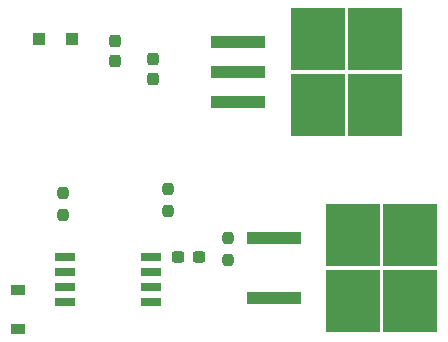
<source format=gbr>
%TF.GenerationSoftware,KiCad,Pcbnew,(6.0.4)*%
%TF.CreationDate,2023-01-02T17:26:25-06:00*%
%TF.ProjectId,FordOilPressure,466f7264-4f69-46c5-9072-657373757265,rev?*%
%TF.SameCoordinates,Original*%
%TF.FileFunction,Paste,Top*%
%TF.FilePolarity,Positive*%
%FSLAX46Y46*%
G04 Gerber Fmt 4.6, Leading zero omitted, Abs format (unit mm)*
G04 Created by KiCad (PCBNEW (6.0.4)) date 2023-01-02 17:26:25*
%MOMM*%
%LPD*%
G01*
G04 APERTURE LIST*
G04 Aperture macros list*
%AMRoundRect*
0 Rectangle with rounded corners*
0 $1 Rounding radius*
0 $2 $3 $4 $5 $6 $7 $8 $9 X,Y pos of 4 corners*
0 Add a 4 corners polygon primitive as box body*
4,1,4,$2,$3,$4,$5,$6,$7,$8,$9,$2,$3,0*
0 Add four circle primitives for the rounded corners*
1,1,$1+$1,$2,$3*
1,1,$1+$1,$4,$5*
1,1,$1+$1,$6,$7*
1,1,$1+$1,$8,$9*
0 Add four rect primitives between the rounded corners*
20,1,$1+$1,$2,$3,$4,$5,0*
20,1,$1+$1,$4,$5,$6,$7,0*
20,1,$1+$1,$6,$7,$8,$9,0*
20,1,$1+$1,$8,$9,$2,$3,0*%
G04 Aperture macros list end*
%ADD10R,4.550000X5.250000*%
%ADD11R,4.600000X1.100000*%
%ADD12RoundRect,0.237500X-0.237500X0.250000X-0.237500X-0.250000X0.237500X-0.250000X0.237500X0.250000X0*%
%ADD13R,1.200000X0.900000*%
%ADD14RoundRect,0.237500X-0.237500X0.300000X-0.237500X-0.300000X0.237500X-0.300000X0.237500X0.300000X0*%
%ADD15R,1.700000X0.650000*%
%ADD16R,1.100000X1.100000*%
%ADD17RoundRect,0.237500X-0.300000X-0.237500X0.300000X-0.237500X0.300000X0.237500X-0.300000X0.237500X0*%
%ADD18RoundRect,0.237500X0.237500X-0.250000X0.237500X0.250000X-0.237500X0.250000X-0.237500X-0.250000X0*%
%ADD19RoundRect,0.237500X0.237500X-0.300000X0.237500X0.300000X-0.237500X0.300000X-0.237500X-0.300000X0*%
G04 APERTURE END LIST*
D10*
%TO.C,Q1*%
X54820701Y-37422932D03*
X49970701Y-31872932D03*
X49970701Y-37422932D03*
X54820701Y-31872932D03*
D11*
X43245701Y-32107932D03*
X43245701Y-37187932D03*
%TD*%
D12*
%TO.C,R3*%
X25400000Y-28297500D03*
X25400000Y-30122500D03*
%TD*%
D13*
%TO.C,D2*%
X21590000Y-39750000D03*
X21590000Y-36450000D03*
%TD*%
D14*
%TO.C,C1*%
X29822425Y-15379603D03*
X29822425Y-17104603D03*
%TD*%
D10*
%TO.C,U2*%
X46990000Y-20790000D03*
X51840000Y-20790000D03*
X51840000Y-15240000D03*
X46990000Y-15240000D03*
D11*
X40265000Y-15475000D03*
X40265000Y-18015000D03*
X40265000Y-20555000D03*
%TD*%
D15*
%TO.C,U1*%
X25560000Y-33655000D03*
X25560000Y-34925000D03*
X25560000Y-36195000D03*
X25560000Y-37465000D03*
X32860000Y-37465000D03*
X32860000Y-36195000D03*
X32860000Y-34925000D03*
X32860000Y-33655000D03*
%TD*%
D16*
%TO.C,D1*%
X23403638Y-15239999D03*
X26203638Y-15239999D03*
%TD*%
D17*
%TO.C,C2*%
X35196968Y-33685044D03*
X36921968Y-33685044D03*
%TD*%
D18*
%TO.C,R2*%
X34290000Y-27940000D03*
X34290000Y-29765000D03*
%TD*%
D12*
%TO.C,R1*%
X39370000Y-32107500D03*
X39370000Y-33932500D03*
%TD*%
D19*
%TO.C,C3*%
X33020000Y-16917500D03*
X33020000Y-18642500D03*
%TD*%
M02*

</source>
